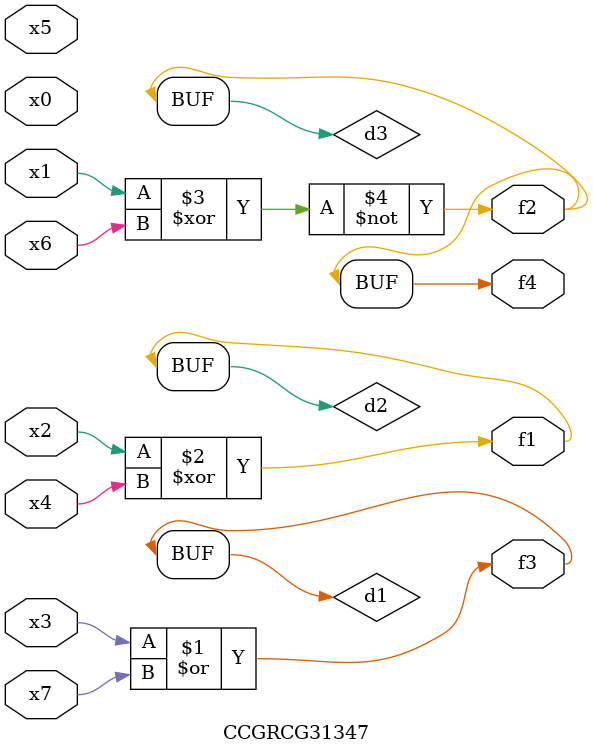
<source format=v>
module CCGRCG31347(
	input x0, x1, x2, x3, x4, x5, x6, x7,
	output f1, f2, f3, f4
);

	wire d1, d2, d3;

	or (d1, x3, x7);
	xor (d2, x2, x4);
	xnor (d3, x1, x6);
	assign f1 = d2;
	assign f2 = d3;
	assign f3 = d1;
	assign f4 = d3;
endmodule

</source>
